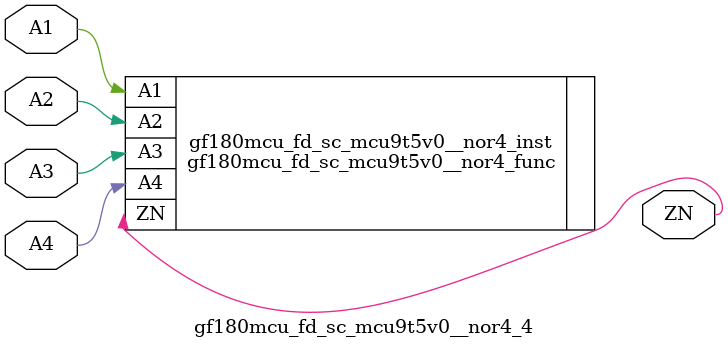
<source format=v>

`ifndef GF180MCU_FD_SC_MCU9T5V0__NOR4_4_V
`define GF180MCU_FD_SC_MCU9T5V0__NOR4_4_V

`include "gf180mcu_fd_sc_mcu9t5v0__nor4.v"

`ifdef USE_POWER_PINS
module gf180mcu_fd_sc_mcu9t5v0__nor4_4( A3, ZN, A4, A2, A1, VDD, VSS );
inout VDD, VSS;
`else // If not USE_POWER_PINS
module gf180mcu_fd_sc_mcu9t5v0__nor4_4( A3, ZN, A4, A2, A1 );
`endif // If not USE_POWER_PINS
input A1, A2, A3, A4;
output ZN;

`ifdef USE_POWER_PINS
  gf180mcu_fd_sc_mcu9t5v0__nor4_func gf180mcu_fd_sc_mcu9t5v0__nor4_inst(.A3(A3),.ZN(ZN),.A4(A4),.A2(A2),.A1(A1),.VDD(VDD),.VSS(VSS));
`else // If not USE_POWER_PINS
  gf180mcu_fd_sc_mcu9t5v0__nor4_func gf180mcu_fd_sc_mcu9t5v0__nor4_inst(.A3(A3),.ZN(ZN),.A4(A4),.A2(A2),.A1(A1));
`endif // If not USE_POWER_PINS

`ifndef FUNCTIONAL
	// spec_gates_begin


	// spec_gates_end



   specify

	// specify_block_begin

	// comb arc A1 --> ZN
	 (A1 => ZN) = (1.0,1.0);

	// comb arc A2 --> ZN
	 (A2 => ZN) = (1.0,1.0);

	// comb arc A3 --> ZN
	 (A3 => ZN) = (1.0,1.0);

	// comb arc A4 --> ZN
	 (A4 => ZN) = (1.0,1.0);

	// specify_block_end

   endspecify

   `endif

endmodule
`endif // GF180MCU_FD_SC_MCU9T5V0__NOR4_4_V

</source>
